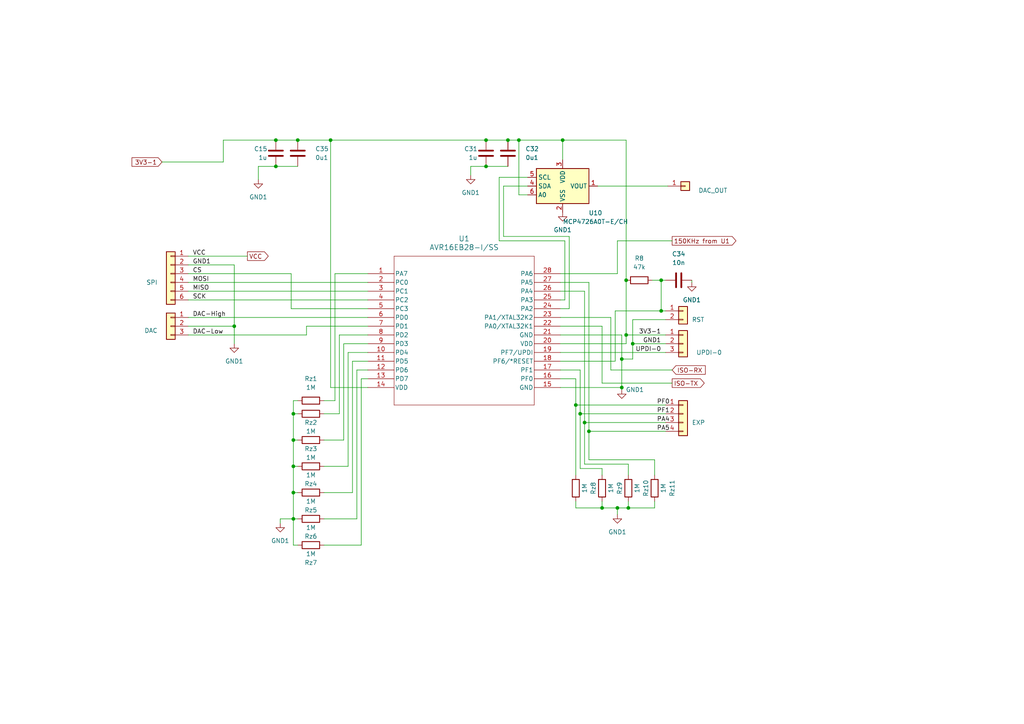
<source format=kicad_sch>
(kicad_sch (version 20250114) (generator "eeschema") (generator_version "9.0")
  (paper "A4")
  (lib_symbols
    (symbol "Analog_DAC:MCP4725xxx-xCH"
      (property "Reference" "U" (at -6.35 6.35 0))
      (property "Value" "MCP4725xxx-xCH" (at 8.89 6.35 0))
      (symbol "MCP4725xxx-xCH_0_1"
        (rectangle (start -7.62 5.08) (end 7.62 -5.08) (stroke (width 0.254)) (fill (type background)))
      )
      (symbol "MCP4725xxx-xCH_1_1"
        (pin input line (at -10.16 2.54 0) (length 2.54) (name "SCL") (number "5"))
        (pin bidirectional line (at -10.16 0 0) (length 2.54) (name "SDA") (number "4"))
        (pin input line (at -10.16 -2.54 0) (length 2.54) (name "A0") (number "6"))
        (pin power_in line (at 0 7.62 270) (length 2.54) (name "VDD") (number "3"))
        (pin power_in line (at 0 -7.62 90) (length 2.54) (name "VSS") (number "2"))
        (pin output line (at 10.16 0 180) (length 2.54) (name "VOUT") (number "1"))
      )
    )
    (symbol "Connector_Generic:Conn_01x01" (pin_names (offset 1.016) (hide yes))
      (property "Reference" "J" (at 0 2.54 0))
      (property "Value" "Conn_01x01" (at 0 -2.54 0))
      (symbol "Conn_01x01_1_1"
        (rectangle (start -1.27 1.27) (end 1.27 -1.27) (stroke (width 0.254)) (fill (type background)))
        (rectangle (start -1.27 0.127) (end 0 -0.127) (stroke (width 0.1524)))
        (pin passive line (at -5.08 0 0) (length 3.81) (name "Pin_1") (number "1"))
      )
    )
    (symbol "Connector_Generic:Conn_01x02" (pin_names (offset 1.016) (hide yes))
      (property "Reference" "J" (at 0 2.54 0))
      (property "Value" "Conn_01x02" (at 0 -5.08 0))
      (symbol "Conn_01x02_1_1"
        (rectangle (start -1.27 1.27) (end 1.27 -3.81) (stroke (width 0.254)) (fill (type background)))
        (rectangle (start -1.27 0.127) (end 0 -0.127) (stroke (width 0.1524)))
        (rectangle (start -1.27 -2.413) (end 0 -2.667) (stroke (width 0.1524)))
        (pin passive line (at -5.08 0 0) (length 3.81) (name "Pin_1") (number "1"))
        (pin passive line (at -5.08 -2.54 0) (length 3.81) (name "Pin_2") (number "2"))
      )
    )
    (symbol "Connector_Generic:Conn_01x03" (pin_names (offset 1.016) (hide yes))
      (property "Reference" "J" (at 0 5.08 0))
      (property "Value" "Conn_01x03" (at 0 -5.08 0))
      (symbol "Conn_01x03_1_1"
        (rectangle (start -1.27 3.81) (end 1.27 -3.81) (stroke (width 0.254)) (fill (type background)))
        (rectangle (start -1.27 2.667) (end 0 2.413) (stroke (width 0.1524)))
        (rectangle (start -1.27 0.127) (end 0 -0.127) (stroke (width 0.1524)))
        (rectangle (start -1.27 -2.413) (end 0 -2.667) (stroke (width 0.1524)))
        (pin passive line (at -5.08 2.54 0) (length 3.81) (name "Pin_1") (number "1"))
        (pin passive line (at -5.08 0 0) (length 3.81) (name "Pin_2") (number "2"))
        (pin passive line (at -5.08 -2.54 0) (length 3.81) (name "Pin_3") (number "3"))
      )
    )
    (symbol "Connector_Generic:Conn_01x04" (pin_names (offset 1.016) (hide yes))
      (property "Reference" "J" (at 0 5.08 0))
      (property "Value" "Conn_01x04" (at 0 -7.62 0))
      (symbol "Conn_01x04_1_1"
        (rectangle (start -1.27 3.81) (end 1.27 -6.35) (stroke (width 0.254)) (fill (type background)))
        (rectangle (start -1.27 2.667) (end 0 2.413) (stroke (width 0.1524)))
        (rectangle (start -1.27 0.127) (end 0 -0.127) (stroke (width 0.1524)))
        (rectangle (start -1.27 -2.413) (end 0 -2.667) (stroke (width 0.1524)))
        (rectangle (start -1.27 -4.953) (end 0 -5.207) (stroke (width 0.1524)))
        (pin passive line (at -5.08 2.54 0) (length 3.81) (name "Pin_1") (number "1"))
        (pin passive line (at -5.08 0 0) (length 3.81) (name "Pin_2") (number "2"))
        (pin passive line (at -5.08 -2.54 0) (length 3.81) (name "Pin_3") (number "3"))
        (pin passive line (at -5.08 -5.08 0) (length 3.81) (name "Pin_4") (number "4"))
      )
    )
    (symbol "Connector_Generic:Conn_01x06" (pin_names (offset 1.016) (hide yes))
      (property "Reference" "SPI1" (at 3.81 0 0))
      (symbol "Conn_01x06_1_1"
        (rectangle (start -1.27 6.35) (end 1.27 -8.89) (stroke (width 0.254)) (fill (type background)))
        (rectangle (start -1.27 5.207) (end 0 4.953) (stroke (width 0.1524)))
        (rectangle (start -1.27 2.667) (end 0 2.413) (stroke (width 0.1524)))
        (rectangle (start -1.27 0.127) (end 0 -0.127) (stroke (width 0.1524)))
        (rectangle (start -1.27 -2.413) (end 0 -2.667) (stroke (width 0.1524)))
        (rectangle (start -1.27 -4.953) (end 0 -5.207) (stroke (width 0.1524)))
        (rectangle (start -1.27 -7.493) (end 0 -7.747) (stroke (width 0.1524)))
        (pin power_out line (at -5.08 5.08 0) (length 3.81) (name "Pin_1") (number "1"))
        (pin power_out line (at -5.08 2.54 0) (length 3.81) (name "Pin_2") (number "2"))
        (pin passive line (at -5.08 0 0) (length 3.81) (name "Pin_3") (number "3"))
        (pin passive line (at -5.08 -2.54 0) (length 3.81) (name "Pin_4") (number "4"))
        (pin passive line (at -5.08 -5.08 0) (length 3.81) (name "Pin_5") (number "5"))
        (pin passive line (at -5.08 -7.62 0) (length 3.81) (name "Pin_6") (number "6"))
      )
    )
    (symbol "Device:C" (pin_numbers (hide yes)) (pin_names (offset 0.254))
      (property "Reference" "C" (at 0.635 2.54 0))
      (property "Value" "C" (at 0.635 -2.54 0))
      (symbol "C_0_1"
        (polyline (pts (xy -2.032 0.762) (xy 2.032 0.762)) (stroke (width 0.508)))
        (polyline (pts (xy -2.032 -0.762) (xy 2.032 -0.762)) (stroke (width 0.508)))
      )
      (symbol "C_1_1"
        (pin passive line (at 0 3.81 270) (length 2.794) (name "~") (number "1"))
        (pin passive line (at 0 -3.81 90) (length 2.794) (name "~") (number "2"))
      )
    )
    (symbol "Device:R" (pin_numbers (hide yes)) (pin_names (offset 0))
      (property "Reference" "R" (at 2.032 0 90))
      (property "Value" "R" (at 0 0 90))
      (symbol "R_0_1"
        (rectangle (start -1.016 -2.54) (end 1.016 2.54) (stroke (width 0.254)))
      )
      (symbol "R_1_1"
        (pin passive line (at 0 3.81 270) (length 1.27) (name "~") (number "1"))
        (pin passive line (at 0 -3.81 90) (length 1.27) (name "~") (number "2"))
      )
    )
    (symbol "MCU_Microchip_AVR:AVR16EB28-I_SS" (pin_names (offset 0.254))
      (property "Reference" "U" (at 27.94 10.16 0))
      (property "Value" "AVR16EB28-I/SS" (at 27.94 7.62 0))
      (symbol "AVR16EB28-I_SS_0_1"
        (polyline (pts (xy 7.62 5.08) (xy 7.62 -38.1)) (stroke (width 0.127)))
        (polyline (pts (xy 7.62 -38.1) (xy 48.26 -38.1)) (stroke (width 0.127)))
        (polyline (pts (xy 48.26 5.08) (xy 7.62 5.08)) (stroke (width 0.127)))
        (polyline (pts (xy 48.26 -38.1) (xy 48.26 5.08)) (stroke (width 0.127)))
        (pin unspecified line (at 0 0 0) (length 7.62) (name "PA7") (number "1"))
        (pin unspecified line (at 0 -2.54 0) (length 7.62) (name "PC0") (number "2"))
        (pin unspecified line (at 0 -5.08 0) (length 7.62) (name "PC1") (number "3"))
        (pin unspecified line (at 0 -7.62 0) (length 7.62) (name "PC2") (number "4"))
        (pin unspecified line (at 0 -10.16 0) (length 7.62) (name "PC3") (number "5"))
        (pin unspecified line (at 0 -12.7 0) (length 7.62) (name "PD0") (number "6"))
        (pin unspecified line (at 0 -15.24 0) (length 7.62) (name "PD1") (number "7"))
        (pin unspecified line (at 0 -17.78 0) (length 7.62) (name "PD2") (number "8"))
        (pin unspecified line (at 0 -20.32 0) (length 7.62) (name "PD3") (number "9"))
        (pin unspecified line (at 0 -22.86 0) (length 7.62) (name "PD4") (number "10"))
        (pin unspecified line (at 0 -25.4 0) (length 7.62) (name "PD5") (number "11"))
        (pin unspecified line (at 0 -27.94 0) (length 7.62) (name "PD6") (number "12"))
        (pin unspecified line (at 0 -30.48 0) (length 7.62) (name "PD7") (number "13"))
        (pin power_in line (at 0 -33.02 0) (length 7.62) (name "VDD") (number "14"))
        (pin unspecified line (at 55.88 0 180) (length 7.62) (name "PA6") (number "28"))
        (pin unspecified line (at 55.88 -2.54 180) (length 7.62) (name "PA5") (number "27"))
        (pin unspecified line (at 55.88 -5.08 180) (length 7.62) (name "PA4") (number "26"))
        (pin unspecified line (at 55.88 -7.62 180) (length 7.62) (name "PA3") (number "25"))
        (pin unspecified line (at 55.88 -10.16 180) (length 7.62) (name "PA2") (number "24"))
        (pin unspecified line (at 55.88 -12.7 180) (length 7.62) (name "PA1/XTAL32K2") (number "23"))
        (pin unspecified line (at 55.88 -15.24 180) (length 7.62) (name "PA0/XTAL32K1") (number "22"))
        (pin power_out line (at 55.88 -17.78 180) (length 7.62) (name "GND") (number "21"))
        (pin power_in line (at 55.88 -20.32 180) (length 7.62) (name "VDD") (number "20"))
        (pin bidirectional line (at 55.88 -22.86 180) (length 7.62) (name "PF7/UPDI") (number "19"))
        (pin bidirectional line (at 55.88 -25.4 180) (length 7.62) (name "PF6/*RESET") (number "18"))
        (pin unspecified line (at 55.88 -27.94 180) (length 7.62) (name "PF1") (number "17"))
        (pin unspecified line (at 55.88 -30.48 180) (length 7.62) (name "PF0") (number "16"))
        (pin power_out line (at 55.88 -33.02 180) (length 7.62) (name "GND") (number "15"))
      )
    )
    (symbol "power:GND1" (power) (pin_names (offset 0))
      (property "Value" "GND1" (at 0 -3.81 0))
      (symbol "GND1_0_1"
        (polyline (pts (xy 0 0) (xy 0 -1.27) (xy 1.27 -1.27) (xy 0 -2.54) (xy -1.27 -1.27) (xy 0 -1.27)))
      )
      (symbol "GND1_1_1"
        (pin power_in line (at 0 0 270) (length 0) (hide yes) (name "GND1") (number "1"))
      )
    )
  )
  (junction (at 85.09 150.495))
  (junction (at 85.09 120.015))
  (junction (at 86.36 40.64))
  (junction (at 180.34 104.14))
  (junction (at 167.005 117.475))
  (junction (at 85.09 135.255))
  (junction (at 150.495 40.64))
  (junction (at 140.97 40.64))
  (junction (at 168.275 120.015))
  (junction (at 147.32 40.64))
  (junction (at 191.77 81.28))
  (junction (at 181.61 81.28))
  (junction (at 85.09 127.635))
  (junction (at 174.625 147.32))
  (junction (at 163.195 40.64))
  (junction (at 170.815 125.095))
  (junction (at 85.09 142.875))
  (junction (at 80.01 40.64))
  (junction (at 80.01 48.26))
  (junction (at 67.945 94.615))
  (junction (at 191.77 90.17))
  (junction (at 181.61 97.155))
  (junction (at 169.545 122.555))
  (junction (at 140.97 48.26))
  (junction (at 180.34 112.395))
  (junction (at 95.885 40.64))
  (junction (at 179.07 147.32))
  (junction (at 182.245 147.32))
  (junction (at 183.515 99.695))
  (wire (pts (xy 95.885 112.395) (xy 106.68 112.395)))
  (wire (pts (xy 95.885 40.64) (xy 86.36 40.64)))
  (wire (pts (xy 178.435 104.775) (xy 178.435 90.17)))
  (wire (pts (xy 191.77 81.28) (xy 191.77 90.17)))
  (wire (pts (xy 86.36 120.015) (xy 85.09 120.015)))
  (wire (pts (xy 102.235 142.875) (xy 102.235 104.775)))
  (wire (pts (xy 97.155 116.205) (xy 93.98 116.205)))
  (wire (pts (xy 182.245 147.32) (xy 179.07 147.32)))
  (wire (pts (xy 85.09 135.255) (xy 85.09 127.635)))
  (wire (pts (xy 162.56 109.855) (xy 167.005 109.855)))
  (wire (pts (xy 85.09 142.875) (xy 86.36 142.875)))
  (wire (pts (xy 106.68 89.535) (xy 84.455 89.535)))
  (wire (pts (xy 179.07 79.375) (xy 179.07 69.85)))
  (wire (pts (xy 174.625 145.415) (xy 174.625 147.32)))
  (wire (pts (xy 182.245 134.62) (xy 182.245 137.795)))
  (wire (pts (xy 162.56 112.395) (xy 180.34 112.395)))
  (wire (pts (xy 169.545 134.62) (xy 182.245 134.62)))
  (wire (pts (xy 85.09 158.115) (xy 85.09 150.495)))
  (wire (pts (xy 146.05 53.975) (xy 153.035 53.975)))
  (wire (pts (xy 173.355 53.975) (xy 193.675 53.975)))
  (wire (pts (xy 54.61 92.075) (xy 106.68 92.075)))
  (wire (pts (xy 99.695 99.695) (xy 99.695 127.635)))
  (wire (pts (xy 136.525 48.26) (xy 136.525 50.8)))
  (wire (pts (xy 180.34 97.155) (xy 180.34 104.14)))
  (wire (pts (xy 170.815 125.095) (xy 193.04 125.095)))
  (wire (pts (xy 85.09 116.205) (xy 85.09 120.015)))
  (wire (pts (xy 106.68 94.615) (xy 88.9 94.615)))
  (wire (pts (xy 106.68 97.155) (xy 98.425 97.155)))
  (wire (pts (xy 163.195 40.64) (xy 181.61 40.64)))
  (wire (pts (xy 86.36 116.205) (xy 85.09 116.205)))
  (wire (pts (xy 182.245 145.415) (xy 182.245 147.32)))
  (wire (pts (xy 170.815 125.095) (xy 170.815 133.35)))
  (wire (pts (xy 85.09 150.495) (xy 85.09 142.875)))
  (wire (pts (xy 169.545 122.555) (xy 193.04 122.555)))
  (wire (pts (xy 106.68 79.375) (xy 97.155 79.375)))
  (wire (pts (xy 200.66 81.28) (xy 200.66 81.915)))
  (wire (pts (xy 168.275 135.89) (xy 174.625 135.89)))
  (wire (pts (xy 140.97 48.26) (xy 136.525 48.26)))
  (wire (pts (xy 54.61 81.915) (xy 106.68 81.915)))
  (wire (pts (xy 168.275 120.015) (xy 193.04 120.015)))
  (wire (pts (xy 85.09 142.875) (xy 85.09 135.255)))
  (wire (pts (xy 146.05 53.975) (xy 146.05 68.58)))
  (wire (pts (xy 54.61 76.835) (xy 67.945 76.835)))
  (wire (pts (xy 85.09 150.495) (xy 81.28 150.495)))
  (wire (pts (xy 54.61 97.155) (xy 88.9 97.155)))
  (wire (pts (xy 102.235 104.775) (xy 106.68 104.775)))
  (wire (pts (xy 140.97 40.64) (xy 147.32 40.64)))
  (wire (pts (xy 98.425 120.015) (xy 93.98 120.015)))
  (wire (pts (xy 86.36 135.255) (xy 85.09 135.255)))
  (wire (pts (xy 174.625 147.32) (xy 179.07 147.32)))
  (wire (pts (xy 147.32 48.26) (xy 140.97 48.26)))
  (wire (pts (xy 193.04 99.695) (xy 183.515 99.695)))
  (wire (pts (xy 95.885 40.64) (xy 140.97 40.64)))
  (wire (pts (xy 167.005 117.475) (xy 167.005 137.795)))
  (wire (pts (xy 54.61 86.995) (xy 106.68 86.995)))
  (wire (pts (xy 162.56 99.695) (xy 181.61 99.695)))
  (wire (pts (xy 98.425 97.155) (xy 98.425 120.015)))
  (wire (pts (xy 162.56 79.375) (xy 179.07 79.375)))
  (wire (pts (xy 189.23 81.28) (xy 191.77 81.28)))
  (wire (pts (xy 165.1 68.58) (xy 146.05 68.58)))
  (wire (pts (xy 181.61 40.64) (xy 181.61 81.28)))
  (wire (pts (xy 193.04 90.17) (xy 191.77 90.17)))
  (wire (pts (xy 86.36 158.115) (xy 85.09 158.115)))
  (wire (pts (xy 193.04 81.28) (xy 191.77 81.28)))
  (wire (pts (xy 167.005 109.855) (xy 167.005 117.475)))
  (wire (pts (xy 180.34 104.14) (xy 180.34 112.395)))
  (wire (pts (xy 177.165 92.075) (xy 177.165 107.315)))
  (wire (pts (xy 162.56 81.915) (xy 170.815 81.915)))
  (wire (pts (xy 163.195 40.64) (xy 163.195 46.355)))
  (wire (pts (xy 169.545 84.455) (xy 169.545 122.555)))
  (wire (pts (xy 167.005 147.32) (xy 174.625 147.32)))
  (wire (pts (xy 54.61 74.295) (xy 71.755 74.295)))
  (wire (pts (xy 150.495 56.515) (xy 150.495 40.64)))
  (wire (pts (xy 183.515 92.71) (xy 183.515 99.695)))
  (wire (pts (xy 193.04 92.71) (xy 183.515 92.71)))
  (wire (pts (xy 144.78 51.435) (xy 153.035 51.435)))
  (wire (pts (xy 93.98 142.875) (xy 102.235 142.875)))
  (wire (pts (xy 99.695 127.635) (xy 93.98 127.635)))
  (wire (pts (xy 162.56 84.455) (xy 169.545 84.455)))
  (wire (pts (xy 104.775 158.115) (xy 93.98 158.115)))
  (wire (pts (xy 150.495 40.64) (xy 163.195 40.64)))
  (wire (pts (xy 67.945 76.835) (xy 67.945 94.615)))
  (wire (pts (xy 64.77 40.64) (xy 80.01 40.64)))
  (wire (pts (xy 162.56 92.075) (xy 177.165 92.075)))
  (wire (pts (xy 194.945 111.125) (xy 174.625 111.125)))
  (wire (pts (xy 80.01 48.26) (xy 74.93 48.26)))
  (wire (pts (xy 80.01 48.26) (xy 86.36 48.26)))
  (wire (pts (xy 84.455 89.535) (xy 84.455 79.375)))
  (wire (pts (xy 86.36 127.635) (xy 85.09 127.635)))
  (wire (pts (xy 84.455 79.375) (xy 54.61 79.375)))
  (wire (pts (xy 189.865 145.415) (xy 189.865 147.32)))
  (wire (pts (xy 64.77 40.64) (xy 64.77 46.99)))
  (wire (pts (xy 162.56 86.995) (xy 163.83 86.995)))
  (wire (pts (xy 174.625 111.125) (xy 174.625 94.615)))
  (wire (pts (xy 169.545 122.555) (xy 169.545 134.62)))
  (wire (pts (xy 180.34 112.395) (xy 180.34 113.03)))
  (wire (pts (xy 74.93 48.26) (xy 74.93 52.07)))
  (wire (pts (xy 104.775 109.855) (xy 104.775 158.115)))
  (wire (pts (xy 162.56 97.155) (xy 180.34 97.155)))
  (wire (pts (xy 189.865 133.35) (xy 189.865 137.795)))
  (wire (pts (xy 85.09 127.635) (xy 85.09 120.015)))
  (wire (pts (xy 170.815 133.35) (xy 189.865 133.35)))
  (wire (pts (xy 162.56 107.315) (xy 168.275 107.315)))
  (wire (pts (xy 181.61 99.695) (xy 181.61 97.155)))
  (wire (pts (xy 81.28 150.495) (xy 81.28 151.765)))
  (wire (pts (xy 97.155 79.375) (xy 97.155 116.205)))
  (wire (pts (xy 95.885 40.64) (xy 95.885 112.395)))
  (wire (pts (xy 181.61 97.155) (xy 193.04 97.155)))
  (wire (pts (xy 167.005 145.415) (xy 167.005 147.32)))
  (wire (pts (xy 179.07 147.32) (xy 179.07 149.225)))
  (wire (pts (xy 179.07 69.85) (xy 194.945 69.85)))
  (wire (pts (xy 183.515 104.14) (xy 180.34 104.14)))
  (wire (pts (xy 163.83 69.85) (xy 144.78 69.85)))
  (wire (pts (xy 189.865 147.32) (xy 182.245 147.32)))
  (wire (pts (xy 67.945 94.615) (xy 67.945 99.695)))
  (wire (pts (xy 163.83 86.995) (xy 163.83 69.85)))
  (wire (pts (xy 103.505 150.495) (xy 93.98 150.495)))
  (wire (pts (xy 144.78 69.85) (xy 144.78 51.435)))
  (wire (pts (xy 85.09 150.495) (xy 86.36 150.495)))
  (wire (pts (xy 162.56 89.535) (xy 165.1 89.535)))
  (wire (pts (xy 100.965 102.235) (xy 106.68 102.235)))
  (wire (pts (xy 174.625 94.615) (xy 162.56 94.615)))
  (wire (pts (xy 165.1 89.535) (xy 165.1 68.58)))
  (wire (pts (xy 103.505 107.315) (xy 103.505 150.495)))
  (wire (pts (xy 183.515 99.695) (xy 183.515 104.14)))
  (wire (pts (xy 93.98 135.255) (xy 100.965 135.255)))
  (wire (pts (xy 178.435 90.17) (xy 191.77 90.17)))
  (wire (pts (xy 80.01 40.64) (xy 86.36 40.64)))
  (wire (pts (xy 100.965 135.255) (xy 100.965 102.235)))
  (wire (pts (xy 177.165 107.315) (xy 194.945 107.315)))
  (wire (pts (xy 46.99 46.99) (xy 64.77 46.99)))
  (wire (pts (xy 168.275 120.015) (xy 168.275 135.89)))
  (wire (pts (xy 106.68 107.315) (xy 103.505 107.315)))
  (wire (pts (xy 167.005 117.475) (xy 193.04 117.475)))
  (wire (pts (xy 153.035 56.515) (xy 150.495 56.515)))
  (wire (pts (xy 106.68 109.855) (xy 104.775 109.855)))
  (wire (pts (xy 147.32 40.64) (xy 150.495 40.64)))
  (wire (pts (xy 170.815 81.915) (xy 170.815 125.095)))
  (wire (pts (xy 54.61 84.455) (xy 106.68 84.455)))
  (wire (pts (xy 88.9 94.615) (xy 88.9 97.155)))
  (wire (pts (xy 54.61 94.615) (xy 67.945 94.615)))
  (wire (pts (xy 174.625 135.89) (xy 174.625 137.795)))
  (wire (pts (xy 162.56 102.235) (xy 193.04 102.235)))
  (wire (pts (xy 99.695 99.695) (xy 106.68 99.695)))
  (wire (pts (xy 162.56 104.775) (xy 178.435 104.775)))
  (wire (pts (xy 168.275 107.315) (xy 168.275 120.015)))
  (wire (pts (xy 181.61 81.28) (xy 181.61 97.155)))
  (label "MISO" (at 55.88 84.455 0))
  (label "DAC-Low" (at 55.88 97.155 0))
  (label "GND1" (at 191.77 99.695 180))
  (label "MOSI" (at 55.88 81.915 0))
  (label "PA4" (at 190.5 122.555 0))
  (label "DAC-High" (at 55.88 92.075 0))
  (label "UPDI-0" (at 191.77 102.235 180))
  (label "PF1" (at 190.5 120.015 0))
  (label "GND1" (at 55.88 76.835 0))
  (label "SCK" (at 55.88 86.995 0))
  (label "PF0" (at 190.5 117.475 0))
  (label "PA5" (at 190.5 125.095 0))
  (label "VCC" (at 55.88 74.295 0))
  (label "3V3-1" (at 191.77 97.155 180))
  (label "CS" (at 55.88 79.375 0))
  (global_label "150KHz from U1" (shape output) (at 194.945 69.85 0) (property "Intersheetrefs" "${INTERSHEET_REFS}" (effects (hide yes))))
  (global_label "3V3-1" (shape input) (at 46.99 46.99 180) (property "Intersheetrefs" "${INTERSHEET_REFS}" (effects (hide yes))))
  (global_label "ISO-RX" (shape input) (at 194.945 107.315 0) (property "Intersheetrefs" "${INTERSHEET_REFS}" (effects (hide yes))))
  (global_label "ISO-TX" (shape output) (at 194.945 111.125 0) (property "Intersheetrefs" "${INTERSHEET_REFS}" (effects (hide yes))))
  (global_label "VCC" (shape output) (at 71.755 74.295 0) (property "Intersheetrefs" "${INTERSHEET_REFS}" (effects (hide yes))))
  (symbol (lib_id "power:GND1") (at 200.66 81.915 0) (unit 1)
    (property "Reference" "#PWR09" (effects (hide yes)))
    (property "Value" "GND1" (at 200.66 86.995 0))
  )
  (symbol (lib_id "Device:R") (at 185.42 81.28 90) (unit 1)
    (property "Reference" "R8" (at 185.42 74.93 90))
    (property "Value" "47k" (at 185.42 77.47 90))
    (property "Footprint" "Resistor_SMD:R_0603_1608Metric" (effects (hide yes)))
  )
  (symbol (lib_id "Device:R") (at 90.17 158.115 270) (mirror x) (unit 1)
    (property "Reference" "Rz7" (at 90.17 163.195 90))
    (property "Value" "1M" (at 90.17 160.655 90))
    (property "Footprint" "Resistor_SMD:R_0603_1608Metric" (effects (hide yes)))
  )
  (symbol (lib_id "Connector_Generic:Conn_01x04") (at 198.12 120.015 0) (unit 1)
    (property "Reference" "J7" (effects (hide yes)))
    (property "Value" "EXP" (at 200.66 122.555 0) (effects (justify left)))
    (property "Footprint" "Connector_PinHeader_2.54mm:PinHeader_1x04_P2.54mm_Vertical" (effects (hide yes)))
  )
  (symbol (lib_id "Device:R") (at 174.625 141.605 0) (mirror y) (unit 1)
    (property "Reference" "Rz9" (at 179.705 141.605 90))
    (property "Value" "1M" (at 177.165 141.605 90))
    (property "Footprint" "Resistor_SMD:R_0603_1608Metric" (effects (hide yes)))
  )
  (symbol (lib_id "power:GND1") (at 136.525 50.8 0) (unit 1)
    (property "Reference" "#PWR013" (effects (hide yes)))
    (property "Value" "GND1" (at 136.525 55.88 0))
  )
  (symbol (lib_id "power:GND1") (at 163.195 61.595 0) (unit 1)
    (property "Reference" "#PWR012" (effects (hide yes)))
    (property "Value" "GND1" (at 163.195 66.675 0))
  )
  (symbol (lib_id "Connector_Generic:Conn_01x01") (at 198.755 53.975 0) (unit 1)
    (property "Reference" "J1" (effects (hide yes)))
    (property "Value" "DAC_OUT" (at 202.565 55.245 0) (effects (justify left)))
    (property "Footprint" "Connector_PinHeader_2.54mm:PinHeader_1x01_P2.54mm_Vertical" (effects (hide yes)))
  )
  (symbol (lib_id "Analog_DAC:MCP4725xxx-xCH") (at 163.195 53.975 0) (unit 1)
    (property "Reference" "U10" (at 172.72 61.7571 0))
    (property "Value" "MCP4726A0T-E/CH" (at 172.72 64.2971 0))
    (property "Footprint" "Package_TO_SOT_SMD:SOT-23-6" (effects (hide yes)))
    (property "Datasheet" "https://ww1.microchip.com/downloads/en/DeviceDoc/22272C.pdf" (effects (hide yes)))
  )
  (symbol (lib_id "Device:R") (at 90.17 120.015 270) (unit 1)
    (property "Reference" "Rz2" (at 90.17 122.555 90))
    (property "Value" "1M" (at 90.17 125.095 90))
    (property "Footprint" "Resistor_SMD:R_0603_1608Metric" (effects (hide yes)))
  )
  (symbol (lib_id "Device:R") (at 90.17 116.205 270) (unit 1)
    (property "Reference" "Rz1" (at 90.17 109.855 90))
    (property "Value" "1M" (at 90.17 112.395 90))
    (property "Footprint" "Resistor_SMD:R_0603_1608Metric" (effects (hide yes)))
  )
  (symbol (lib_id "power:GND1") (at 67.945 99.695 0) (unit 1)
    (property "Reference" "#PWR02" (effects (hide yes)))
    (property "Value" "GND1" (at 67.945 104.775 0))
  )
  (symbol (lib_id "Device:C") (at 140.97 44.45 0) (unit 1)
    (property "Reference" "C31" (at 134.62 43.18 0) (effects (justify left)))
    (property "Value" "1u" (at 135.89 45.72 0) (effects (justify left)))
    (property "Footprint" "Capacitor_SMD:C_0402_1005Metric" (effects (hide yes)))
  )
  (symbol (lib_id "Device:R") (at 90.17 127.635 270) (unit 1)
    (property "Reference" "Rz3" (at 90.17 130.175 90))
    (property "Value" "1M" (at 90.17 132.715 90))
    (property "Footprint" "Resistor_SMD:R_0603_1608Metric" (effects (hide yes)))
  )
  (symbol (lib_id "Connector_Generic:Conn_01x03") (at 49.53 94.615 0) (mirror y) (unit 1)
    (property "Reference" "J4" (effects (hide yes)))
    (property "Value" "DAC" (at 45.72 95.885 0) (effects (justify left)))
    (property "Footprint" "Connector_PinHeader_2.54mm:PinHeader_1x03_P2.54mm_Vertical" (effects (hide yes)))
  )
  (symbol (lib_id "power:GND1") (at 74.93 52.07 0) (unit 1)
    (property "Reference" "#PWR010" (effects (hide yes)))
    (property "Value" "GND1" (at 74.93 57.15 0))
  )
  (symbol (lib_id "Device:R") (at 90.17 142.875 270) (mirror x) (unit 1)
    (property "Reference" "Rz5" (at 90.17 147.955 90))
    (property "Value" "1M" (at 90.17 145.415 90))
    (property "Footprint" "Resistor_SMD:R_0603_1608Metric" (effects (hide yes)))
  )
  (symbol (lib_id "Device:R") (at 189.865 141.605 0) (mirror y) (unit 1)
    (property "Reference" "Rz11" (at 194.945 141.605 90))
    (property "Value" "1M" (at 192.405 141.605 90))
    (property "Footprint" "Resistor_SMD:R_0603_1608Metric" (effects (hide yes)))
  )
  (symbol (lib_id "Device:R") (at 167.005 141.605 0) (mirror y) (unit 1)
    (property "Reference" "Rz8" (at 172.085 141.605 90))
    (property "Value" "1M" (at 169.545 141.605 90))
    (property "Footprint" "Resistor_SMD:R_0603_1608Metric" (effects (hide yes)))
  )
  (symbol (lib_id "Device:R") (at 90.17 135.255 270) (mirror x) (unit 1)
    (property "Reference" "Rz4" (at 90.17 140.335 90))
    (property "Value" "1M" (at 90.17 137.795 90))
    (property "Footprint" "Resistor_SMD:R_0603_1608Metric" (effects (hide yes)))
  )
  (symbol (lib_id "Device:C") (at 86.36 44.45 0) (unit 1)
    (property "Reference" "C35" (at 91.44 43.1799 0) (effects (justify left)))
    (property "Value" "0u1" (at 91.44 45.7199 0) (effects (justify left)))
    (property "Footprint" "Capacitor_SMD:C_0402_1005Metric" (effects (hide yes)))
  )
  (symbol (lib_id "Device:R") (at 182.245 141.605 0) (mirror y) (unit 1)
    (property "Reference" "Rz10" (at 187.325 141.605 90))
    (property "Value" "1M" (at 184.785 141.605 90))
    (property "Footprint" "Resistor_SMD:R_0603_1608Metric" (effects (hide yes)))
  )
  (symbol (lib_id "power:GND1") (at 180.34 113.03 0) (unit 1)
    (property "Reference" "#PWR011" (effects (hide yes)))
    (property "Value" "GND1" (at 184.15 113.03 0))
  )
  (symbol (lib_id "Connector_Generic:Conn_01x03") (at 198.12 99.695 0) (unit 1)
    (property "Reference" "J5" (effects (hide yes)))
    (property "Value" "UPDI-0" (at 201.93 102.235 0) (effects (justify left)))
    (property "Footprint" "Connector_PinHeader_2.54mm:PinHeader_1x03_P2.54mm_Vertical" (effects (hide yes)))
  )
  (symbol (lib_id "Device:C") (at 80.01 44.45 0) (unit 1)
    (property "Reference" "C15" (at 73.66 43.18 0) (effects (justify left)))
    (property "Value" "1u" (at 74.93 45.72 0) (effects (justify left)))
    (property "Footprint" "Capacitor_SMD:C_0402_1005Metric" (effects (hide yes)))
  )
  (symbol (lib_id "Connector_Generic:Conn_01x02") (at 198.12 90.17 0) (unit 1)
    (property "Reference" "J3" (effects (hide yes)))
    (property "Value" "RST" (at 200.66 92.71 0) (effects (justify left)))
    (property "Footprint" "Connector_PinHeader_2.54mm:PinHeader_1x02_P2.54mm_Vertical" (effects (hide yes)))
  )
  (symbol (lib_id "Connector_Generic:Conn_01x06") (at 49.53 79.375 0) (mirror y) (unit 1)
    (property "Reference" "J2" (effects (hide yes)))
    (property "Value" "SPI" (at 45.72 81.915 0) (effects (justify left)))
    (property "Footprint" "Connector_PinHeader_2.54mm:PinHeader_1x06_P2.54mm_Vertical" (effects (hide yes)))
  )
  (symbol (lib_id "power:GND1") (at 81.28 151.765 0) (unit 1)
    (property "Reference" "#PWR01" (effects (hide yes)))
    (property "Value" "GND1" (at 81.28 156.845 0))
  )
  (symbol (lib_id "MCU_Microchip_AVR:AVR16EB28-I_SS") (at 106.68 79.375 0) (unit 1)
    (property "Reference" "U1" (at 134.62 69.215 0) (effects (font (size 1.524 1.524))))
    (property "Value" "AVR16EB28-I/SS" (at 134.62 71.755 0) (effects (font (size 1.524 1.524))))
    (property "Footprint" "Package_SO:SSOP28_SS_MCH" (effects (hide yes)))
    (property "Datasheet" "AVR16EB28-I/SS" (effects (hide yes)))
  )
  (symbol (lib_id "Device:R") (at 90.17 150.495 270) (mirror x) (unit 1)
    (property "Reference" "Rz6" (at 90.17 155.575 90))
    (property "Value" "1M" (at 90.17 153.035 90))
    (property "Footprint" "Resistor_SMD:R_0603_1608Metric" (effects (hide yes)))
  )
  (symbol (lib_id "Device:C") (at 196.85 81.28 270) (unit 1)
    (property "Reference" "C34" (at 196.85 73.66 90))
    (property "Value" "10n" (at 196.85 76.2 90))
    (property "Footprint" "Capacitor_SMD:C_0402_1005Metric" (effects (hide yes)))
  )
  (symbol (lib_id "Device:C") (at 147.32 44.45 0) (unit 1)
    (property "Reference" "C32" (at 152.4 43.1799 0) (effects (justify left)))
    (property "Value" "0u1" (at 152.4 45.7199 0) (effects (justify left)))
    (property "Footprint" "Capacitor_SMD:C_0402_1005Metric" (effects (hide yes)))
  )
  (symbol (lib_id "power:GND1") (at 179.07 149.225 0) (unit 1)
    (property "Reference" "#PWR03" (effects (hide yes)))
    (property "Value" "GND1" (at 179.07 154.305 0))
  )
)
</source>
